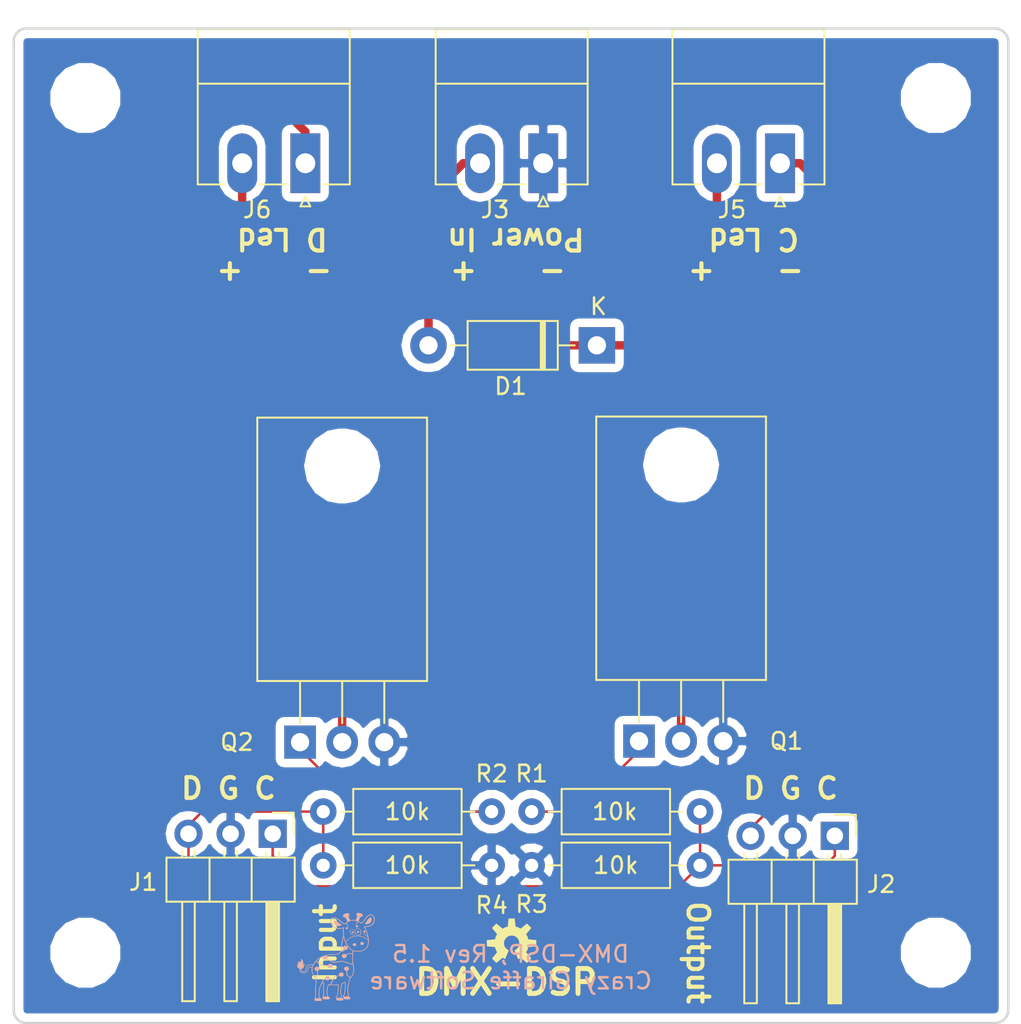
<source format=kicad_pcb>
(kicad_pcb (version 20171130) (host pcbnew "(5.0.0)")
  (title_block (title "DMX Demonstrator - Display-Pro (DMX-DSP)") (date 2023-09-17) (rev 1.5) (company "Crazy Giraffe Software") (comment 2 "Designed by: SparkyBobo") (comment 3 https://creativecommons.org/licenses/by-sa/4.0/) (comment 4 "Released under the Creative Commons Attribution Share-Alike 4.0 License"))
  (layers (0 F.Cu signal) (31 B.Cu signal) (34 B.Paste user) (35 F.Paste user) (36 B.SilkS user) (37 F.SilkS user) (38 B.Mask user) (39 F.Mask user) (44 Edge.Cuts user))
  (net 0 "")
  (net 1 "Net-(D1-Pad2)")
  (net 2 GND)
  (net 3 "Net-(J5-Pad1)")
  (net 4 "Net-(J6-Pad1)")
  (net 5 +VDC)
  (net 6 "Net-(Q1-Pad1)")
  (net 7 "Net-(Q2-Pad1)")
  (net 8 /C)
  (net 9 /D)
  (module Resistor_THT:R_Axial_DIN0207_L6.3mm_D2.5mm_P10.16mm_Horizontal (layer F.Cu) (at 133.096 111.0615)
    (fp_text reference R4 (at 10.16 2.413) (layer F.SilkS))
    (fp_text value 10k (at 5.08 0) (layer F.SilkS))
    (pad 2 thru_hole oval (at 10.16 0) (size 1.6 1.6) (drill 0.8) (layers *.Cu *.Mask) (net 2 GND))
    (pad 1 thru_hole circle (at 0 0) (size 1.6 1.6) (drill 0.8) (layers *.Cu *.Mask) (net 9 /D))
  )
  (module Resistor_THT:R_Axial_DIN0207_L6.3mm_D2.5mm_P10.16mm_Horizontal (layer F.Cu) (at 145.669 111.0615)
    (fp_text reference R3 (at 0 2.3495) (layer F.SilkS))
    (fp_text value 10k (at 5.08 0) (layer F.SilkS))
    (pad 1 thru_hole circle (at 0 0) (size 1.6 1.6) (drill 0.8) (layers *.Cu *.Mask) (net 2 GND))
    (pad 2 thru_hole oval (at 10.16 0) (size 1.6 1.6) (drill 0.8) (layers *.Cu *.Mask) (net 8 /C))
  )
  (module Connector_Phoenix_MC:PhoenixContact_MC_1,5_2-G-3.81_1x02_P3.81mm_Horizontal (layer F.Cu) (at 132.0165 68.707 180)
    (fp_text reference J6 (at 2.905 -2.8 180) (layer F.SilkS))
    (fp_text value "D Out")
    (pad 1 thru_hole rect (at 0 0 180) (size 1.8 3.6) (drill 1.2) (layers *.Cu *.Mask) (net 4 "Net-(J6-Pad1)"))
    (pad 2 thru_hole oval (at 3.81 0 180) (size 1.8 3.6) (drill 1.2) (layers *.Cu *.Mask) (net 5 +VDC))
  )
  (module Connector_Phoenix_MC:PhoenixContact_MC_1,5_2-G-3.81_1x02_P3.81mm_Horizontal (layer F.Cu) (at 160.655 68.707 180)
    (fp_text reference J5 (at 2.905 -2.8 180) (layer F.SilkS))
    (fp_text value "C Out")
    (pad 2 thru_hole oval (at 3.81 0 180) (size 1.8 3.6) (drill 1.2) (layers *.Cu *.Mask) (net 5 +VDC))
    (pad 1 thru_hole rect (at 0 0 180) (size 1.8 3.6) (drill 1.2) (layers *.Cu *.Mask) (net 3 "Net-(J5-Pad1)"))
  )
  (module Connector_Phoenix_MC:PhoenixContact_MC_1,5_2-G-3.81_1x02_P3.81mm_Horizontal (layer F.Cu) (at 146.3675 68.707 180)
    (fp_text reference J3 (at 2.905 -2.8 180) (layer F.SilkS))
    (fp_text value Power)
    (pad 1 thru_hole rect (at 0 0 180) (size 1.8 3.6) (drill 1.2) (layers *.Cu *.Mask) (net 2 GND))
    (pad 2 thru_hole oval (at 3.81 0 180) (size 1.8 3.6) (drill 1.2) (layers *.Cu *.Mask) (net 1 "Net-(D1-Pad2)"))
  )
  (module Connector_PinHeader_2.54mm:PinHeader_1x03_P2.54mm_Horizontal (layer F.Cu) (at 163.957 109.2835 270)
    (fp_text reference J2 (at 2.921 -2.794) (layer F.SilkS))
    (fp_text value Output)
    (pad 3 thru_hole oval (at 0 5.08 270) (size 1.7 1.7) (drill 1) (layers *.Cu *.Mask) (net 9 /D))
    (pad 2 thru_hole oval (at 0 2.54 270) (size 1.7 1.7) (drill 1) (layers *.Cu *.Mask) (net 2 GND))
    (pad 1 thru_hole rect (at 0 0 270) (size 1.7 1.7) (drill 1) (layers *.Cu *.Mask) (net 8 /C))
  )
  (module Connector_PinHeader_2.54mm:PinHeader_1x03_P2.54mm_Horizontal (layer F.Cu) (at 130.048 109.1565 270)
    (fp_text reference J1 (at 2.921 7.8105) (layer F.SilkS))
    (fp_text value Input)
    (pad 1 thru_hole rect (at 0 0 270) (size 1.7 1.7) (drill 1) (layers *.Cu *.Mask) (net 8 /C))
    (pad 2 thru_hole oval (at 0 2.54 270) (size 1.7 1.7) (drill 1) (layers *.Cu *.Mask) (net 2 GND))
    (pad 3 thru_hole oval (at 0 5.08 270) (size 1.7 1.7) (drill 1) (layers *.Cu *.Mask) (net 9 /D))
  )
  (module Package_TO_SOT_THT:TO-220-3_Horizontal_TabDown (layer F.Cu) (at 131.699 103.632)
    (fp_text reference Q2 (at -3.81 0) (layer F.SilkS))
    (fp_text value FQP30N06L)
    (pad 3 thru_hole oval (at 5.08 0) (size 1.905 2) (drill 1.1) (layers *.Cu *.Mask) (net 2 GND))
    (pad 2 thru_hole oval (at 2.54 0) (size 1.905 2) (drill 1.1) (layers *.Cu *.Mask) (net 4 "Net-(J6-Pad1)"))
    (pad 1 thru_hole rect (at 0 0) (size 1.905 2) (drill 1.1) (layers *.Cu *.Mask) (net 7 "Net-(Q2-Pad1)"))
    (pad "" np_thru_hole oval (at 2.54 -16.66) (size 3.5 3.5) (drill 3.5) (layers *.Cu *.Mask))
  )
  (module MountingHole:MountingHole_3.2mm_M3 (layer F.Cu) (at 170.053 64.77)
    (fp_text reference MH2 hide)
    (fp_text value MountingHole)
    (pad 1 np_thru_hole circle (at 0 0) (size 3.2 3.2) (drill 3.2) (layers *.Cu *.Mask))
  )
  (module MountingHole:MountingHole_3.2mm_M3 (layer F.Cu) (at 118.745 116.332 180)
    (fp_text reference MH3 hide)
    (fp_text value MountingHole)
    (pad 1 np_thru_hole circle (at 0 0 180) (size 3.2 3.2) (drill 3.2) (layers *.Cu *.Mask))
  )
  (module MountingHole:MountingHole_3.2mm_M3 (layer F.Cu) (at 170.053 116.332 180)
    (fp_text reference MH4 hide)
    (fp_text value MountingHole)
    (pad 1 np_thru_hole circle (at 0 0 180) (size 3.2 3.2) (drill 3.2) (layers *.Cu *.Mask))
  )
  (module MountingHole:MountingHole_3.2mm_M3 (layer F.Cu) (at 118.7459 64.77)
    (fp_text reference MH1 hide)
    (fp_text value MountingHole)
    (pad 1 np_thru_hole circle (at 0 0) (size 3.2 3.2) (drill 3.2) (layers *.Cu *.Mask))
  )
  (module Package_TO_SOT_THT:TO-220-3_Horizontal_TabDown (layer F.Cu) (at 152.146 103.5685)
    (fp_text reference Q1 (at 8.89 0) (layer F.SilkS))
    (fp_text value FQP30N06L)
    (pad "" np_thru_hole oval (at 2.54 -16.66) (size 3.5 3.5) (drill 3.5) (layers *.Cu *.Mask))
    (pad 1 thru_hole rect (at 0 0) (size 1.905 2) (drill 1.1) (layers *.Cu *.Mask) (net 6 "Net-(Q1-Pad1)"))
    (pad 2 thru_hole oval (at 2.54 0) (size 1.905 2) (drill 1.1) (layers *.Cu *.Mask) (net 3 "Net-(J5-Pad1)"))
    (pad 3 thru_hole oval (at 5.08 0) (size 1.905 2) (drill 1.1) (layers *.Cu *.Mask) (net 2 GND))
  )
  (module Resistor_THT:R_Axial_DIN0207_L6.3mm_D2.5mm_P10.16mm_Horizontal (layer F.Cu) (at 143.256 107.823 180)
    (fp_text reference R2 (at 0 2.286 180) (layer F.SilkS))
    (fp_text value 10k (at 5.08 0 180) (layer F.SilkS))
    (pad 2 thru_hole oval (at 10.16 0 180) (size 1.6 1.6) (drill 0.8) (layers *.Cu *.Mask) (net 9 /D))
    (pad 1 thru_hole circle (at 0 0 180) (size 1.6 1.6) (drill 0.8) (layers *.Cu *.Mask) (net 7 "Net-(Q2-Pad1)"))
  )
  (module Resistor_THT:R_Axial_DIN0207_L6.3mm_D2.5mm_P10.16mm_Horizontal (layer F.Cu) (at 145.669 107.823)
    (fp_text reference R1 (at 0 -2.286) (layer F.SilkS))
    (fp_text value 10k (at 5.0165 0) (layer F.SilkS))
    (pad 1 thru_hole circle (at 0 0) (size 1.6 1.6) (drill 0.8) (layers *.Cu *.Mask) (net 6 "Net-(Q1-Pad1)"))
    (pad 2 thru_hole oval (at 10.16 0) (size 1.6 1.6) (drill 0.8) (layers *.Cu *.Mask) (net 8 /C))
  )
  (module Diode_THT:D_DO-41_SOD81_P10.16mm_Horizontal (layer F.Cu) (at 149.606 79.6925 180)
    (fp_text reference D1 (at 5.207 -2.47 180) (layer F.SilkS))
    (fp_text value 1N5819)
    (fp_text user K (at -0.091219 2.345141 180) (layer F.SilkS))
    (pad 1 thru_hole rect (at 0 0 180) (size 2.2 2.2) (drill 1.1) (layers *.Cu *.Mask) (net 5 +VDC))
    (pad 2 thru_hole oval (at 10.16 0 180) (size 2.2 2.2) (drill 1.1) (layers *.Cu *.Mask) (net 1 "Net-(D1-Pad2)"))
  )
  (module Aesthetics:OSHW-LOGO-S (layer F.Cu) (at 144.4625 115.7605)
    (fp_text reference "" (at 0 0) (layer F.SilkS) (effects (font (size 1.524 1.524))))
    (fp_text value "" (at 0 0) (layer F.SilkS) (effects (font (size 1.524 1.524))))
  )
  (module footprints:logo_cr_5x5 (layer B.Cu) (at 133.858 116.586 180)
    (fp_text reference G*** hide)
    (fp_text value LOGO hide)
  )
  (gr_text " -    +\nD Led" (at 130.6195 74.295 180) (layer F.SilkS) (effects (font (size 1.25 1.25) (thickness 0.25))))
  (gr_text " -    +\nC Led" (at 159.0675 74.295 180) (layer F.SilkS) (effects (font (size 1.25 1.25) (thickness 0.25))))
  (gr_text " -    +\nPower In" (at 144.7165 74.295 180) (layer F.SilkS) (effects (font (size 1.25 1.25) (thickness 0.25))))
  (gr_arc (start 115.189 119.817) (end 114.427 119.817) (angle -90) (layer Edge.Cuts) (width 0.15))
  (gr_arc (start 173.609 119.761) (end 173.609 120.579) (angle -90) (layer Edge.Cuts) (width 0.15))
  (gr_arc (start 173.609 61.397) (end 174.427 61.397) (angle -90) (layer Edge.Cuts) (width 0.15))
  (gr_arc (start 115.189 61.341) (end 115.189 60.579) (angle -90) (layer Edge.Cuts) (width 0.15))
  (gr_text "DMX-DSP, Rev 1.5\nCrazy Giraffe Software" (at 144.399 117.221) (layer B.SilkS) (effects (font (size 1 1)) (justify mirror)))
  (gr_text DMX-DSP (at 144.145 118.11) (layer F.SilkS) (effects (font (size 1.5 1.5) (thickness 0.3))))
  (gr_line (start 115.189 60.579) (end 173.609 60.579) (layer Edge.Cuts) (width 0.15))
  (gr_line (start 115.189 120.579) (end 173.609 120.579) (layer Edge.Cuts) (width 0.15))
  (gr_line (start 174.427 61.341) (end 174.427 119.761) (layer Edge.Cuts) (width 0.15))
  (gr_line (start 114.427 119.817) (end 114.427 61.341) (layer Edge.Cuts) (width 0.15))
  (gr_text Output (at 155.702 116.332 270) (layer F.SilkS) (effects (font (size 1.25 1.25) (thickness 0.25))))
  (gr_text Input (at 133.223 115.7605 90) (layer F.SilkS) (effects (font (size 1.25 1.25) (thickness 0.25))))
  (gr_text "D G C" (at 161.29 106.426) (layer F.SilkS) (effects (font (size 1.25 1.25) (thickness 0.25))))
  (gr_text "D G C" (at 127.381 106.426) (layer F.SilkS) (effects (font (size 1.25 1.25) (thickness 0.25))))
  (segment (start 141.5415 68.707) (end 142.5575 68.707) (width 0.508) (layer F.Cu) (net 1))
  (segment (start 139.446 70.8025) (end 141.5415 68.707) (width 0.508) (layer F.Cu) (net 1))
  (segment (start 139.446 70.8025) (end 139.446 79.6925) (width 0.508) (layer F.Cu) (net 1))
  (segment (start 161.8615 68.707) (end 160.655 68.707) (width 0.508) (layer F.Cu) (net 3))
  (segment (start 154.686 101.981) (end 155.702 100.965) (width 0.508) (layer F.Cu) (net 3))
  (segment (start 154.686 103.5685) (end 154.686 101.981) (width 0.508) (layer F.Cu) (net 3))
  (segment (start 155.702 100.965) (end 162.8775 100.965) (width 0.508) (layer F.Cu) (net 3))
  (segment (start 162.8775 100.965) (end 164.465 99.3775) (width 0.508) (layer F.Cu) (net 3))
  (segment (start 164.465 99.3775) (end 164.465 71.3105) (width 0.508) (layer F.Cu) (net 3))
  (segment (start 164.465 71.3105) (end 161.8615 68.707) (width 0.508) (layer F.Cu) (net 3))
  (segment (start 130.7465 65.532) (end 132.0165 66.802) (width 0.508) (layer F.Cu) (net 4))
  (segment (start 125.603 65.532) (end 130.7465 65.532) (width 0.508) (layer F.Cu) (net 4))
  (segment (start 134.239 102.0445) (end 133.096 100.9015) (width 0.508) (layer F.Cu) (net 4))
  (segment (start 134.239 103.632) (end 134.239 102.0445) (width 0.508) (layer F.Cu) (net 4))
  (segment (start 132.0165 66.802) (end 132.0165 68.707) (width 0.508) (layer F.Cu) (net 4))
  (segment (start 133.096 100.9015) (end 125.984 100.9015) (width 0.508) (layer F.Cu) (net 4))
  (segment (start 125.984 100.9015) (end 124.5235 99.441) (width 0.508) (layer F.Cu) (net 4))
  (segment (start 124.5235 99.441) (end 124.5235 66.6115) (width 0.508) (layer F.Cu) (net 4))
  (segment (start 124.5235 66.6115) (end 125.603 65.532) (width 0.508) (layer F.Cu) (net 4))
  (segment (start 149.606 79.6925) (end 154.686 79.6925) (width 0.508) (layer F.Cu) (net 5))
  (segment (start 145.161 81.7245) (end 129.794 81.7245) (width 0.508) (layer F.Cu) (net 5))
  (segment (start 149.606 79.6925) (end 147.193 79.6925) (width 0.508) (layer F.Cu) (net 5))
  (segment (start 147.193 79.6925) (end 145.161 81.7245) (width 0.508) (layer F.Cu) (net 5))
  (segment (start 156.845 77.5335) (end 154.686 79.6925) (width 0.508) (layer F.Cu) (net 5))
  (segment (start 129.794 81.7245) (end 129.3495 81.7245) (width 0.508) (layer F.Cu) (net 5))
  (segment (start 129.3495 81.7245) (end 128.2065 80.5815) (width 0.508) (layer F.Cu) (net 5))
  (segment (start 156.845 68.707) (end 156.845 77.5335) (width 0.508) (layer F.Cu) (net 5))
  (segment (start 128.2065 68.707) (end 128.2065 80.5815) (width 0.508) (layer F.Cu) (net 5))
  (segment (start 148.463 107.823) (end 145.669 107.823) (width 0.1524) (layer F.Cu) (net 6))
  (segment (start 152.146 103.632) (end 152.146 104.14) (width 0.1524) (layer F.Cu) (net 6))
  (segment (start 152.146 104.14) (end 148.463 107.823) (width 0.1524) (layer F.Cu) (net 6))
  (segment (start 135.4455 107.823) (end 143.256 107.823) (width 0.1524) (layer F.Cu) (net 7))
  (segment (start 131.699 103.5685) (end 131.699 104.0765) (width 0.1524) (layer F.Cu) (net 7))
  (segment (start 131.699 104.0765) (end 135.4455 107.823) (width 0.1524) (layer F.Cu) (net 7))
  (segment (start 163.3855 111.0615) (end 155.829 111.0615) (width 0.1524) (layer F.Cu) (net 8))
  (segment (start 163.957 109.22) (end 163.957 110.49) (width 0.1524) (layer F.Cu) (net 8))
  (segment (start 163.957 110.49) (end 163.3855 111.0615) (width 0.1524) (layer F.Cu) (net 8))
  (segment (start 155.829 107.823) (end 155.829 111.0615) (width 0.1524) (layer F.Cu) (net 8))
  (segment (start 154.559 112.3315) (end 155.829 111.0615) (width 0.1524) (layer F.Cu) (net 8))
  (segment (start 131.8895 112.3315) (end 154.559 112.3315) (width 0.1524) (layer F.Cu) (net 8))
  (segment (start 130.048 109.22) (end 130.048 110.49) (width 0.1524) (layer F.Cu) (net 8))
  (segment (start 130.048 110.49) (end 131.8895 112.3315) (width 0.1524) (layer F.Cu) (net 8))
  (segment (start 124.968 108.6485) (end 124.968 109.1565) (width 0.1524) (layer F.Cu) (net 9))
  (segment (start 133.096 107.823) (end 125.7935 107.823) (width 0.1524) (layer F.Cu) (net 9))
  (segment (start 125.7935 107.823) (end 124.968 108.6485) (width 0.1524) (layer F.Cu) (net 9))
  (segment (start 124.968 110.744) (end 124.968 109.22) (width 0.1524) (layer F.Cu) (net 9))
  (segment (start 126.873 112.649) (end 124.968 110.744) (width 0.1524) (layer F.Cu) (net 9))
  (segment (start 163.449 112.649) (end 126.873 112.649) (width 0.1524) (layer F.Cu) (net 9))
  (segment (start 159.893 107.823) (end 164.973 107.823) (width 0.1524) (layer F.Cu) (net 9))
  (segment (start 158.877 108.839) (end 159.893 107.823) (width 0.1524) (layer F.Cu) (net 9))
  (segment (start 164.973 107.823) (end 165.481 108.331) (width 0.1524) (layer F.Cu) (net 9))
  (segment (start 165.481 108.331) (end 165.481 110.617) (width 0.1524) (layer F.Cu) (net 9))
  (segment (start 158.877 109.2835) (end 158.877 108.839) (width 0.1524) (layer F.Cu) (net 9))
  (segment (start 165.481 110.617) (end 163.449 112.649) (width 0.1524) (layer F.Cu) (net 9))
  (segment (start 133.096 111.0615) (end 133.096 107.823) (width 0.1524) (layer F.Cu) (net 9))
  (zone (net 2) (net_name GND) (layer B.Cu) (connect_pads (clearance 0.508)) (min_thickness 0.254) (fill yes (arc_segments 16) (thermal_gap 0.508) (thermal_bridge_width 0.508))
    (polygon (pts (xy 114.554 120.015) (xy 114.554 61.087) (xy 114.935 60.706) (xy 173.863 60.706) (xy 174.244 61.087) (xy 174.244 120.142) (xy 173.863 120.396) (xy 114.935 120.396)))
  )
)
</source>
